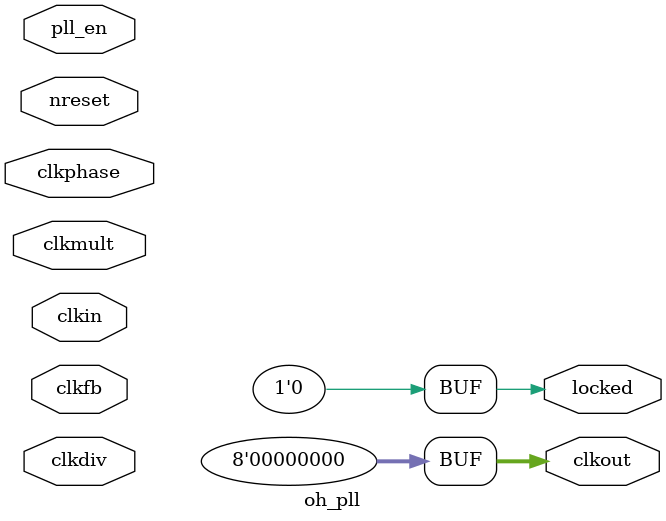
<source format=v>
module oh_pll(	// file.cleaned.mlir:2:3
  input          clkin,	// file.cleaned.mlir:2:24
                 nreset,	// file.cleaned.mlir:2:40
                 clkfb,	// file.cleaned.mlir:2:57
                 pll_en,	// file.cleaned.mlir:2:73
  input  [63:0]  clkdiv,	// file.cleaned.mlir:2:90
  input  [127:0] clkphase,	// file.cleaned.mlir:2:108
  input  [7:0]   clkmult,	// file.cleaned.mlir:2:129
  output [7:0]   clkout,	// file.cleaned.mlir:2:148
  output         locked	// file.cleaned.mlir:2:165
);

  assign clkout = 8'h0;	// file.cleaned.mlir:3:14, :5:5
  assign locked = 1'h0;	// file.cleaned.mlir:4:14, :5:5
endmodule


</source>
